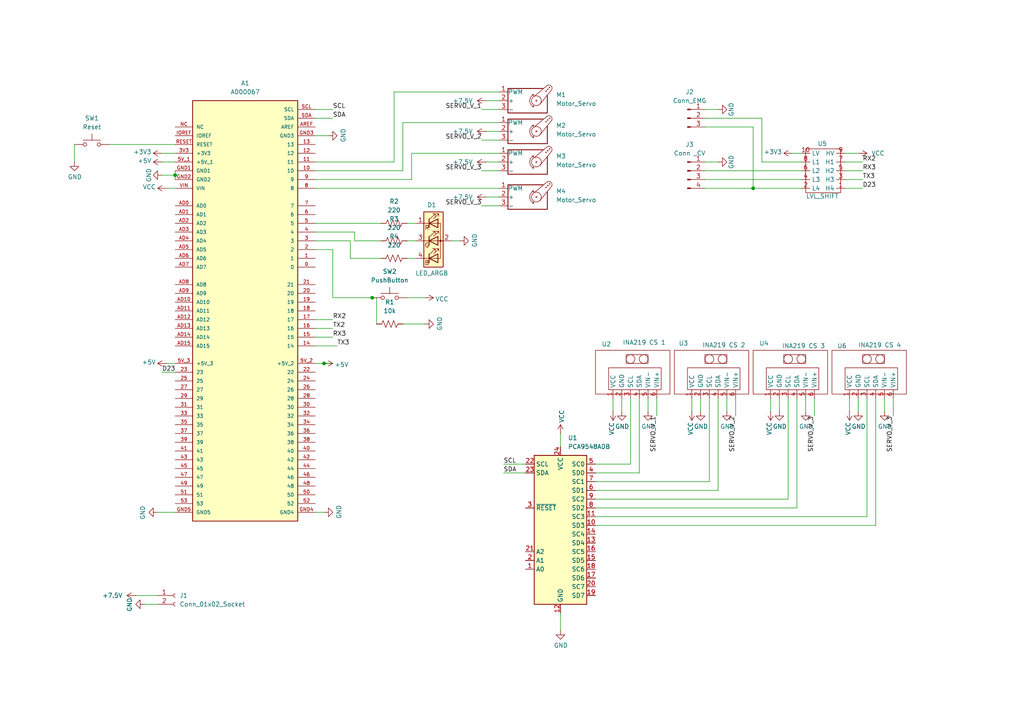
<source format=kicad_sch>
(kicad_sch (version 20250114) (generator "eeschema") (generator_version "9.0")
  (paper "A4")
  (title_block (date "mar. 31 mars 2015"))
  (lib_symbols
    (symbol "A000067:A000067" (pin_names (offset 1.016))
      (property "Reference" "A" (at -15.24 61.595 0))
      (property "Value" "A000067" (at -15.24 -63.5 0))
      (symbol "A000067_0_0"
        (rectangle (start -15.24 -60.96) (end 15.24 60.96) (stroke (width 0.254)) (fill (type background)))
        (pin passive line (at -20.32 53.34 0) (length 5.08) (name "NC") (number "NC"))
        (pin passive line (at -20.32 50.8 0) (length 5.08) (name "IOREF") (number "IOREF"))
        (pin passive line (at -20.32 48.26 0) (length 5.08) (name "RESET") (number "RESET"))
        (pin passive line (at -20.32 45.72 0) (length 5.08) (name "+3V3") (number "3V3"))
        (pin passive line (at -20.32 43.18 0) (length 5.08) (name "+5V_1") (number "5V_1"))
        (pin passive line (at -20.32 40.64 0) (length 5.08) (name "GND1") (number "GND1"))
        (pin passive line (at -20.32 38.1 0) (length 5.08) (name "GND2") (number "GND2"))
        (pin passive line (at -20.32 35.56 0) (length 5.08) (name "VIN") (number "VIN"))
        (pin passive line (at -20.32 30.48 0) (length 5.08) (name "AD0") (number "AD0"))
        (pin passive line (at -20.32 27.94 0) (length 5.08) (name "AD1") (number "AD1"))
        (pin passive line (at -20.32 25.4 0) (length 5.08) (name "AD2") (number "AD2"))
        (pin passive line (at -20.32 22.86 0) (length 5.08) (name "AD3") (number "AD3"))
        (pin passive line (at -20.32 20.32 0) (length 5.08) (name "AD4") (number "AD4"))
        (pin passive line (at -20.32 17.78 0) (length 5.08) (name "AD5") (number "AD5"))
        (pin passive line (at -20.32 15.24 0) (length 5.08) (name "AD6") (number "AD6"))
        (pin passive line (at -20.32 12.7 0) (length 5.08) (name "AD7") (number "AD7"))
        (pin passive line (at -20.32 7.62 0) (length 5.08) (name "AD8") (number "AD8"))
        (pin passive line (at -20.32 5.08 0) (length 5.08) (name "AD9") (number "AD9"))
        (pin passive line (at -20.32 2.54 0) (length 5.08) (name "AD10") (number "AD10"))
        (pin passive line (at -20.32 0 0) (length 5.08) (name "AD11") (number "AD11"))
        (pin passive line (at -20.32 -2.54 0) (length 5.08) (name "AD12") (number "AD12"))
        (pin passive line (at -20.32 -5.08 0) (length 5.08) (name "AD13") (number "AD13"))
        (pin passive line (at -20.32 -7.62 0) (length 5.08) (name "AD14") (number "AD14"))
        (pin passive line (at -20.32 -10.16 0) (length 5.08) (name "AD15") (number "AD15"))
        (pin passive line (at -20.32 -15.24 0) (length 5.08) (name "+5V_3") (number "5V_3"))
        (pin passive line (at -20.32 -17.78 0) (length 5.08) (name "23") (number "23"))
        (pin passive line (at -20.32 -20.32 0) (length 5.08) (name "25") (number "25"))
        (pin passive line (at -20.32 -22.86 0) (length 5.08) (name "27") (number "27"))
        (pin passive line (at -20.32 -25.4 0) (length 5.08) (name "29") (number "29"))
        (pin passive line (at -20.32 -27.94 0) (length 5.08) (name "31") (number "31"))
        (pin passive line (at -20.32 -30.48 0) (length 5.08) (name "33") (number "33"))
        (pin passive line (at -20.32 -33.02 0) (length 5.08) (name "35") (number "35"))
        (pin passive line (at -20.32 -35.56 0) (length 5.08) (name "37") (number "37"))
        (pin passive line (at -20.32 -38.1 0) (length 5.08) (name "39") (number "39"))
        (pin passive line (at -20.32 -40.64 0) (length 5.08) (name "41") (number "41"))
        (pin passive line (at -20.32 -43.18 0) (length 5.08) (name "43") (number "43"))
        (pin passive line (at -20.32 -45.72 0) (length 5.08) (name "45") (number "45"))
        (pin passive line (at -20.32 -48.26 0) (length 5.08) (name "47") (number "47"))
        (pin passive line (at -20.32 -50.8 0) (length 5.08) (name "49") (number "49"))
        (pin passive line (at -20.32 -53.34 0) (length 5.08) (name "51") (number "51"))
        (pin passive line (at -20.32 -55.88 0) (length 5.08) (name "53") (number "53"))
        (pin passive line (at -20.32 -58.42 0) (length 5.08) (name "GND5") (number "GND5"))
        (pin passive line (at 20.32 58.42 180) (length 5.08) (name "SCL") (number "SCL"))
        (pin passive line (at 20.32 55.88 180) (length 5.08) (name "SDA") (number "SDA"))
        (pin passive line (at 20.32 53.34 180) (length 5.08) (name "AREF") (number "AREF"))
        (pin passive line (at 20.32 50.8 180) (length 5.08) (name "GND3") (number "GND3"))
        (pin passive line (at 20.32 48.26 180) (length 5.08) (name "13") (number "13"))
        (pin passive line (at 20.32 45.72 180) (length 5.08) (name "12") (number "12"))
        (pin passive line (at 20.32 43.18 180) (length 5.08) (name "11") (number "11"))
        (pin passive line (at 20.32 40.64 180) (length 5.08) (name "10") (number "10"))
        (pin passive line (at 20.32 38.1 180) (length 5.08) (name "9") (number "9"))
        (pin passive line (at 20.32 35.56 180) (length 5.08) (name "8") (number "8"))
        (pin passive line (at 20.32 30.48 180) (length 5.08) (name "7") (number "7"))
        (pin passive line (at 20.32 27.94 180) (length 5.08) (name "6") (number "6"))
        (pin passive line (at 20.32 25.4 180) (length 5.08) (name "5") (number "5"))
        (pin passive line (at 20.32 22.86 180) (length 5.08) (name "4") (number "4"))
        (pin passive line (at 20.32 20.32 180) (length 5.08) (name "3") (number "3"))
        (pin passive line (at 20.32 17.78 180) (length 5.08) (name "2") (number "2"))
        (pin passive line (at 20.32 15.24 180) (length 5.08) (name "1") (number "1"))
        (pin passive line (at 20.32 12.7 180) (length 5.08) (name "0") (number "0"))
        (pin passive line (at 20.32 7.62 180) (length 5.08) (name "21") (number "21"))
        (pin passive line (at 20.32 5.08 180) (length 5.08) (name "20") (number "20"))
        (pin passive line (at 20.32 2.54 180) (length 5.08) (name "19") (number "19"))
        (pin passive line (at 20.32 0 180) (length 5.08) (name "18") (number "18"))
        (pin passive line (at 20.32 -2.54 180) (length 5.08) (name "17") (number "17"))
        (pin passive line (at 20.32 -5.08 180) (length 5.08) (name "16") (number "16"))
        (pin passive line (at 20.32 -7.62 180) (length 5.08) (name "15") (number "15"))
        (pin passive line (at 20.32 -10.16 180) (length 5.08) (name "14") (number "14"))
        (pin passive line (at 20.32 -15.24 180) (length 5.08) (name "+5V_2") (number "5V_2"))
        (pin passive line (at 20.32 -17.78 180) (length 5.08) (name "22") (number "22"))
        (pin passive line (at 20.32 -20.32 180) (length 5.08) (name "24") (number "24"))
        (pin passive line (at 20.32 -22.86 180) (length 5.08) (name "26") (number "26"))
        (pin passive line (at 20.32 -25.4 180) (length 5.08) (name "28") (number "28"))
        (pin passive line (at 20.32 -27.94 180) (length 5.08) (name "30") (number "30"))
        (pin passive line (at 20.32 -30.48 180) (length 5.08) (name "32") (number "32"))
        (pin passive line (at 20.32 -33.02 180) (length 5.08) (name "34") (number "34"))
        (pin passive line (at 20.32 -35.56 180) (length 5.08) (name "36") (number "36"))
        (pin passive line (at 20.32 -38.1 180) (length 5.08) (name "38") (number "38"))
        (pin passive line (at 20.32 -40.64 180) (length 5.08) (name "40") (number "40"))
        (pin passive line (at 20.32 -43.18 180) (length 5.08) (name "42") (number "42"))
        (pin passive line (at 20.32 -45.72 180) (length 5.08) (name "44") (number "44"))
        (pin passive line (at 20.32 -48.26 180) (length 5.08) (name "46") (number "46"))
        (pin passive line (at 20.32 -50.8 180) (length 5.08) (name "48") (number "48"))
        (pin passive line (at 20.32 -53.34 180) (length 5.08) (name "50") (number "50"))
        (pin passive line (at 20.32 -55.88 180) (length 5.08) (name "52") (number "52"))
        (pin passive line (at 20.32 -58.42 180) (length 5.08) (name "GND4") (number "GND4"))
      )
    )
    (symbol "Connector:Conn_01x02_Socket" (pin_names (offset 1.016) (hide yes))
      (property "Reference" "J" (at 0 2.54 0))
      (property "Value" "Conn_01x02_Socket" (at 0 -5.08 0))
      (symbol "Conn_01x02_Socket_1_1"
        (polyline (pts (xy -1.27 0) (xy -0.508 0)) (stroke (width 0.1524)))
        (polyline (pts (xy -1.27 -2.54) (xy -0.508 -2.54)) (stroke (width 0.1524)))
        (arc (start 0 -0.508) (mid -0.5058 0) (end 0 0.508) (stroke (width 0.1524)))
        (arc (start 0 -3.048) (mid -0.5058 -2.54) (end 0 -2.032) (stroke (width 0.1524)))
        (pin passive line (at -5.08 0 0) (length 3.81) (name "Pin_1") (number "1"))
        (pin passive line (at -5.08 -2.54 0) (length 3.81) (name "Pin_2") (number "2"))
      )
    )
    (symbol "Connector:Conn_01x03_Pin" (pin_names (offset 1.016) (hide yes))
      (property "Reference" "J" (at 0 5.08 0))
      (property "Value" "Conn_01x03_Pin" (at 0 -5.08 0))
      (symbol "Conn_01x03_Pin_1_1"
        (rectangle (start 0.8636 2.667) (end 0 2.413) (stroke (width 0.1524)) (fill (type outline)))
        (rectangle (start 0.8636 0.127) (end 0 -0.127) (stroke (width 0.1524)) (fill (type outline)))
        (rectangle (start 0.8636 -2.413) (end 0 -2.667) (stroke (width 0.1524)) (fill (type outline)))
        (polyline (pts (xy 1.27 2.54) (xy 0.8636 2.54)) (stroke (width 0.1524)))
        (polyline (pts (xy 1.27 0) (xy 0.8636 0)) (stroke (width 0.1524)))
        (polyline (pts (xy 1.27 -2.54) (xy 0.8636 -2.54)) (stroke (width 0.1524)))
        (pin passive line (at 5.08 2.54 180) (length 3.81) (name "Pin_1") (number "1"))
        (pin passive line (at 5.08 0 180) (length 3.81) (name "Pin_2") (number "2"))
        (pin passive line (at 5.08 -2.54 180) (length 3.81) (name "Pin_3") (number "3"))
      )
    )
    (symbol "Connector:Conn_01x04_Pin" (pin_names (offset 1.016) (hide yes))
      (property "Reference" "J" (at 0 5.08 0))
      (property "Value" "Conn_01x04_Pin" (at 0 -7.62 0))
      (symbol "Conn_01x04_Pin_1_1"
        (rectangle (start 0.8636 2.667) (end 0 2.413) (stroke (width 0.1524)) (fill (type outline)))
        (rectangle (start 0.8636 0.127) (end 0 -0.127) (stroke (width 0.1524)) (fill (type outline)))
        (rectangle (start 0.8636 -2.413) (end 0 -2.667) (stroke (width 0.1524)) (fill (type outline)))
        (rectangle (start 0.8636 -4.953) (end 0 -5.207) (stroke (width 0.1524)) (fill (type outline)))
        (polyline (pts (xy 1.27 2.54) (xy 0.8636 2.54)) (stroke (width 0.1524)))
        (polyline (pts (xy 1.27 0) (xy 0.8636 0)) (stroke (width 0.1524)))
        (polyline (pts (xy 1.27 -2.54) (xy 0.8636 -2.54)) (stroke (width 0.1524)))
        (polyline (pts (xy 1.27 -5.08) (xy 0.8636 -5.08)) (stroke (width 0.1524)))
        (pin passive line (at 5.08 2.54 180) (length 3.81) (name "Pin_1") (number "1"))
        (pin passive line (at 5.08 0 180) (length 3.81) (name "Pin_2") (number "2"))
        (pin passive line (at 5.08 -2.54 180) (length 3.81) (name "Pin_3") (number "3"))
        (pin passive line (at 5.08 -5.08 180) (length 3.81) (name "Pin_4") (number "4"))
      )
    )
    (symbol "Device:LED_RAGB" (pin_names (offset 0) (hide yes))
      (property "Reference" "D" (at 0 9.398 0))
      (property "Value" "LED_RAGB" (at 0 -8.89 0))
      (symbol "LED_RAGB_0_0"
        (text "R" (at -1.905 3.81 0) (effects (font (size 1.27 1.27))))
        (text "G" (at -1.905 -1.27 0) (effects (font (size 1.27 1.27))))
        (text "B" (at -1.905 -6.35 0) (effects (font (size 1.27 1.27))))
      )
      (symbol "LED_RAGB_0_1"
        (polyline (pts (xy -1.27 6.35) (xy -1.27 3.81)) (stroke (width 0.254)))
        (polyline (pts (xy -1.27 6.35) (xy -1.27 3.81) (xy -1.27 3.81)))
        (polyline (pts (xy -1.27 5.08) (xy -2.54 5.08)))
        (polyline (pts (xy -1.27 5.08) (xy 1.27 5.08)))
        (polyline (pts (xy -1.27 1.27) (xy -1.27 -1.27)) (stroke (width 0.254)))
        (polyline (pts (xy -1.27 1.27) (xy -1.27 -1.27) (xy -1.27 -1.27)))
        (polyline (pts (xy -1.27 0) (xy -2.54 0)))
        (polyline (pts (xy -1.27 -3.81) (xy -1.27 -6.35)) (stroke (width 0.254)))
        (polyline (pts (xy -1.27 -5.08) (xy -2.54 -5.08)))
        (polyline (pts (xy -1.27 -5.08) (xy 1.27 -5.08)))
        (polyline (pts (xy -1.016 6.35) (xy 0.508 7.874) (xy -0.254 7.874) (xy 0.508 7.874) (xy 0.508 7.112)))
        (polyline (pts (xy -1.016 1.27) (xy 0.508 2.794) (xy -0.254 2.794) (xy 0.508 2.794) (xy 0.508 2.032)))
        (polyline (pts (xy -1.016 -3.81) (xy 0.508 -2.286) (xy -0.254 -2.286) (xy 0.508 -2.286) (xy 0.508 -3.048)))
        (polyline (pts (xy 0 6.35) (xy 1.524 7.874) (xy 0.762 7.874) (xy 1.524 7.874) (xy 1.524 7.112)))
        (polyline (pts (xy 0 1.27) (xy 1.524 2.794) (xy 0.762 2.794) (xy 1.524 2.794) (xy 1.524 2.032)))
        (polyline (pts (xy 0 -3.81) (xy 1.524 -2.286) (xy 0.762 -2.286) (xy 1.524 -2.286) (xy 1.524 -3.048)))
        (polyline (pts (xy 1.27 6.35) (xy 1.27 3.81) (xy -1.27 5.08) (xy 1.27 6.35)) (stroke (width 0.254)))
        (rectangle (start 1.27 6.35) (end 1.27 6.35))
        (rectangle (start 1.27 3.81) (end 1.27 6.35))
        (polyline (pts (xy 1.27 1.27) (xy 1.27 -1.27) (xy -1.27 0) (xy 1.27 1.27)) (stroke (width 0.254)))
        (rectangle (start 1.27 1.27) (end 1.27 1.27))
        (polyline (pts (xy 1.27 0) (xy -1.27 0)))
        (polyline (pts (xy 1.27 0) (xy 2.54 0)))
        (rectangle (start 1.27 -1.27) (end 1.27 1.27))
        (polyline (pts (xy 1.27 -3.81) (xy 1.27 -6.35) (xy -1.27 -5.08) (xy 1.27 -3.81)) (stroke (width 0.254)))
        (polyline (pts (xy 1.27 -5.08) (xy 2.032 -5.08) (xy 2.032 5.08) (xy 1.27 5.08)))
        (circle (center 2.032 0) (radius 0.254) (fill (type outline)))
        (rectangle (start 2.794 8.382) (end -2.794 -7.62) (stroke (width 0.254)) (fill (type background)))
      )
      (symbol "LED_RAGB_1_1"
        (pin passive line (at -5.08 5.08 0) (length 2.54) (name "RK") (number "1"))
        (pin passive line (at -5.08 0 0) (length 2.54) (name "GK") (number "3"))
        (pin passive line (at -5.08 -5.08 0) (length 2.54) (name "BK") (number "4"))
        (pin passive line (at 5.08 0 180) (length 2.54) (name "A") (number "2"))
      )
    )
    (symbol "Device:R_US" (pin_numbers (hide yes)) (pin_names (offset 0))
      (property "Reference" "R" (at 2.54 0 90))
      (property "Value" "R_US" (at -2.54 0 90))
      (symbol "R_US_0_1"
        (polyline (pts (xy 0 2.286) (xy 0 2.54)))
        (polyline (pts (xy 0 2.286) (xy 1.016 1.905) (xy 0 1.524) (xy -1.016 1.143) (xy 0 0.762)))
        (polyline (pts (xy 0 0.762) (xy 1.016 0.381) (xy 0 0) (xy -1.016 -0.381) (xy 0 -0.762)))
        (polyline (pts (xy 0 -0.762) (xy 1.016 -1.143) (xy 0 -1.524) (xy -1.016 -1.905) (xy 0 -2.286)))
        (polyline (pts (xy 0 -2.286) (xy 0 -2.54)))
      )
      (symbol "R_US_1_1"
        (pin passive line (at 0 3.81 270) (length 1.27) (name "~") (number "1"))
        (pin passive line (at 0 -3.81 90) (length 1.27) (name "~") (number "2"))
      )
    )
    (symbol "Interface_Expansion:PCA9548ADB"
      (property "Reference" "U" (at -7.62 21.59 0))
      (property "Value" "PCA9548ADB" (at 1.016 21.59 0))
      (symbol "PCA9548ADB_0_1"
        (rectangle (start -7.62 20.32) (end 7.62 -22.86) (stroke (width 0.254)) (fill (type background)))
      )
      (symbol "PCA9548ADB_1_1"
        (pin input line (at -10.16 17.78 0) (length 2.54) (name "SCL") (number "22"))
        (pin bidirectional line (at -10.16 15.24 0) (length 2.54) (name "SDA") (number "23"))
        (pin input line (at -10.16 5.08 0) (length 2.54) (name "~{RESET}") (number "3"))
        (pin input line (at -10.16 -7.62 0) (length 2.54) (name "A2") (number "21"))
        (pin input line (at -10.16 -10.16 0) (length 2.54) (name "A1") (number "2"))
        (pin input line (at -10.16 -12.7 0) (length 2.54) (name "A0") (number "1"))
        (pin power_in line (at 0 22.86 270) (length 2.54) (name "VCC") (number "24"))
        (pin power_in line (at 0 -25.4 90) (length 2.54) (name "GND") (number "12"))
        (pin output line (at 10.16 17.78 180) (length 2.54) (name "SC0") (number "5"))
        (pin bidirectional line (at 10.16 15.24 180) (length 2.54) (name "SD0") (number "4"))
        (pin output line (at 10.16 12.7 180) (length 2.54) (name "SC1") (number "7"))
        (pin bidirectional line (at 10.16 10.16 180) (length 2.54) (name "SD1") (number "6"))
        (pin output line (at 10.16 7.62 180) (length 2.54) (name "SC2") (number "9"))
        (pin bidirectional line (at 10.16 5.08 180) (length 2.54) (name "SD2") (number "8"))
        (pin output line (at 10.16 2.54 180) (length 2.54) (name "SC3") (number "11"))
        (pin bidirectional line (at 10.16 0 180) (length 2.54) (name "SD3") (number "10"))
        (pin output line (at 10.16 -2.54 180) (length 2.54) (name "SC4") (number "14"))
        (pin bidirectional line (at 10.16 -5.08 180) (length 2.54) (name "SD4") (number "13"))
        (pin output line (at 10.16 -7.62 180) (length 2.54) (name "SC5") (number "16"))
        (pin bidirectional line (at 10.16 -10.16 180) (length 2.54) (name "SD5") (number "15"))
        (pin output line (at 10.16 -12.7 180) (length 2.54) (name "SC6") (number "18"))
        (pin bidirectional line (at 10.16 -15.24 180) (length 2.54) (name "SD6") (number "17"))
        (pin output line (at 10.16 -17.78 180) (length 2.54) (name "SC7") (number "20"))
        (pin bidirectional line (at 10.16 -20.32 180) (length 2.54) (name "SD7") (number "19"))
      )
    )
    (symbol "Motor:Motor_Servo" (pin_names (offset 0.0254))
      (property "Reference" "M" (at -5.08 4.445 0))
      (property "Value" "Motor_Servo" (at -5.08 -4.064 0))
      (symbol "Motor_Servo_0_1"
        (polyline (pts (xy 2.413 1.778) (xy 1.905 1.778)))
        (polyline (pts (xy 2.413 1.778) (xy 2.286 1.397)))
        (polyline (pts (xy 2.413 -1.778) (xy 2.032 -1.778)))
        (polyline (pts (xy 2.413 -1.778) (xy 2.286 -1.397)))
        (arc (start 2.413 -1.778) (mid 1.2406 0) (end 2.413 1.778))
        (circle (center 3.175 0) (radius 0.1778))
        (circle (center 3.175 0) (radius 1.4224))
        (polyline (pts (xy 5.08 3.556) (xy -5.08 3.556) (xy -5.08 -3.556) (xy 6.35 -3.556) (xy 6.35 1.524)) (stroke (width 0.254)))
        (circle (center 5.969 2.794) (radius 0.127))
        (polyline (pts (xy 6.35 4.445) (xy 2.54 1.27)))
        (circle (center 6.477 3.302) (radius 0.127))
        (arc (start 6.35 4.445) (mid 7.4487 4.2737) (end 7.62 3.175))
        (circle (center 6.985 3.81) (radius 0.127))
        (polyline (pts (xy 7.62 3.175) (xy 4.191 -1.016)))
      )
      (symbol "Motor_Servo_1_1"
        (pin passive line (at -7.62 2.54 0) (length 2.54) (name "PWM") (number "1"))
        (pin passive line (at -7.62 0 0) (length 2.54) (name "+") (number "2"))
        (pin passive line (at -7.62 -2.54 0) (length 2.54) (name "-") (number "3"))
      )
    )
    (symbol "Switch:SW_Push" (pin_numbers (hide yes)) (pin_names (offset 1.016) (hide yes))
      (property "Reference" "SW" (at 1.27 2.54 0))
      (property "Value" "SW_Push" (at 0 -1.524 0))
      (symbol "SW_Push_0_1"
        (circle (center -2.032 0) (radius 0.508))
        (polyline (pts (xy 0 1.27) (xy 0 3.048)))
        (circle (center 2.032 0) (radius 0.508))
        (polyline (pts (xy 2.54 1.27) (xy -2.54 1.27)))
        (pin passive line (at -5.08 0 0) (length 2.54) (name "1") (number "1"))
        (pin passive line (at 5.08 0 180) (length 2.54) (name "2") (number "2"))
      )
    )
    (symbol "adaFruit:INA219_DC_CurrentSensor"
      (property "Reference" "U" (at -1.778 9.652 0))
      (symbol "INA219_DC_CurrentSensor_0_1"
        (rectangle (start -6.35 11.43) (end 6.35 -10.16))
        (rectangle (start -5.08 7.62) (end 1.27 -7.62))
        (rectangle (start 2.54 2.54) (end 5.08 -3.81))
        (circle (center 3.81 1.27) (radius 1.27))
        (circle (center 3.81 -2.54) (radius 1.27))
      )
      (symbol "INA219_DC_CurrentSensor_1_1"
        (pin power_in line (at -7.62 6.35 0) (length 2.54) (name "VCC") (number "1"))
        (pin power_in line (at -7.62 3.81 0) (length 2.54) (name "GND") (number "2"))
        (pin output line (at -7.62 1.27 0) (length 2.54) (name "SCL") (number "3"))
        (pin output line (at -7.62 -1.27 0) (length 2.54) (name "SDA") (number "4"))
        (pin input line (at -7.62 -3.81 0) (length 2.54) (name "VIN-") (number "5"))
        (pin input line (at -7.62 -6.35 0) (length 2.54) (name "VIN+") (number "6"))
      )
    )
    (symbol "eelLib:pololu_levelShifter_2595"
      (property "Reference" "LVL_SHIFT1" (at 5.08 3.81 0))
      (property "Value" "~" (at 5.08 1.27 0))
      (symbol "pololu_levelShifter_2595_0_1"
        (rectangle (start 0 0) (end 10.16 -12.7))
      )
      (symbol "pololu_levelShifter_2595_1_1"
        (pin input line (at -1.27 -1.27 0) (length 2.54) (name "LV") (number "10"))
        (pin bidirectional line (at -1.27 -3.81 0) (length 2.54) (name "L1") (number "8"))
        (pin bidirectional line (at -1.27 -6.35 0) (length 2.54) (name "L2") (number "6"))
        (pin bidirectional line (at -1.27 -8.89 0) (length 2.54) (name "L3") (number "4"))
        (pin bidirectional line (at -1.27 -11.43 0) (length 2.54) (name "L4") (number "2"))
        (pin input line (at 11.43 -1.27 180) (length 2.54) (name "HV") (number "9"))
        (pin bidirectional line (at 11.43 -3.81 180) (length 2.54) (name "H1") (number "7"))
        (pin bidirectional line (at 11.43 -6.35 180) (length 2.54) (name "H2") (number "5"))
        (pin bidirectional line (at 11.43 -8.89 180) (length 2.54) (name "H3") (number "3"))
        (pin bidirectional line (at 11.43 -11.43 180) (length 2.54) (name "H4") (number "1"))
      )
    )
    (symbol "power:+3V3" (power) (pin_numbers (hide yes)) (pin_names (offset 0) (hide yes))
      (property "Value" "+3V3" (at 0 3.556 0))
      (symbol "+3V3_0_1"
        (polyline (pts (xy -0.762 1.27) (xy 0 2.54)))
        (polyline (pts (xy 0 2.54) (xy 0.762 1.27)))
        (polyline (pts (xy 0 0) (xy 0 2.54)))
      )
      (symbol "+3V3_1_1"
        (pin power_in line (at 0 0 90) (length 0) (name "~") (number "1"))
      )
    )
    (symbol "power:+5V" (power) (pin_numbers (hide yes)) (pin_names (offset 0) (hide yes))
      (property "Value" "+5V" (at 0 3.556 0))
      (symbol "+5V_0_1"
        (polyline (pts (xy -0.762 1.27) (xy 0 2.54)))
        (polyline (pts (xy 0 2.54) (xy 0.762 1.27)))
        (polyline (pts (xy 0 0) (xy 0 2.54)))
      )
      (symbol "+5V_1_1"
        (pin power_in line (at 0 0 90) (length 0) (name "~") (number "1"))
      )
    )
    (symbol "power:+7.5V" (power) (pin_numbers (hide yes)) (pin_names (offset 0) (hide yes))
      (property "Value" "+7.5V" (at 0 3.556 0))
      (symbol "+7.5V_0_1"
        (polyline (pts (xy -0.762 1.27) (xy 0 2.54)))
        (polyline (pts (xy 0 2.54) (xy 0.762 1.27)))
        (polyline (pts (xy 0 0) (xy 0 2.54)))
      )
      (symbol "+7.5V_1_1"
        (pin power_in line (at 0 0 90) (length 0) (name "~") (number "1"))
      )
    )
    (symbol "power:GND" (power) (pin_numbers (hide yes)) (pin_names (offset 0) (hide yes))
      (property "Value" "GND" (at 0 -3.81 0))
      (symbol "GND_0_1"
        (polyline (pts (xy 0 0) (xy 0 -1.27) (xy 1.27 -1.27) (xy 0 -2.54) (xy -1.27 -1.27) (xy 0 -1.27)))
      )
      (symbol "GND_1_1"
        (pin power_in line (at 0 0 270) (length 0) (name "~") (number "1"))
      )
    )
    (symbol "power:VCC" (power) (pin_numbers (hide yes)) (pin_names (offset 0) (hide yes))
      (property "Value" "VCC" (at 0 3.556 0))
      (symbol "VCC_0_1"
        (polyline (pts (xy -0.762 1.27) (xy 0 2.54)))
        (polyline (pts (xy 0 2.54) (xy 0.762 1.27)))
        (polyline (pts (xy 0 0) (xy 0 2.54)))
      )
      (symbol "VCC_1_1"
        (pin power_in line (at 0 0 90) (length 0) (name "~") (number "1"))
      )
    )
  )
  (junction (at 93.98 105.41))
  (junction (at 107.95 86.36))
  (junction (at 50.8 50.8))
  (junction (at 218.44 54.61))
  (wire (pts (xy 130.81 69.85) (xy 133.35 69.85)))
  (wire (pts (xy 50.8 49.53) (xy 50.8 50.8)))
  (wire (pts (xy 91.44 69.85) (xy 101.6 69.85)))
  (wire (pts (xy 109.22 93.98) (xy 109.22 86.36)))
  (wire (pts (xy 259.08 115.57) (xy 259.08 120.65)))
  (wire (pts (xy 245.11 54.61) (xy 250.19 54.61)))
  (wire (pts (xy 205.74 139.7) (xy 205.74 115.57)))
  (wire (pts (xy 204.47 54.61) (xy 218.44 54.61)))
  (wire (pts (xy 118.11 86.36) (xy 123.19 86.36)))
  (wire (pts (xy 118.11 74.93) (xy 120.65 74.93)))
  (wire (pts (xy 172.72 149.86) (xy 251.46 149.86)))
  (wire (pts (xy 91.44 95.25) (xy 96.52 95.25)))
  (wire (pts (xy 91.44 97.79) (xy 96.52 97.79)))
  (wire (pts (xy 91.44 105.41) (xy 93.98 105.41)))
  (wire (pts (xy 46.99 44.45) (xy 50.8 44.45)))
  (wire (pts (xy 213.36 115.57) (xy 213.36 120.65)))
  (wire (pts (xy 110.49 74.93) (xy 101.6 74.93)))
  (wire (pts (xy 91.44 64.77) (xy 110.49 64.77)))
  (wire (pts (xy 172.72 152.4) (xy 254 152.4)))
  (wire (pts (xy 220.98 46.99) (xy 232.41 46.99)))
  (wire (pts (xy 91.44 72.39) (xy 96.52 72.39)))
  (wire (pts (xy 119.38 44.45) (xy 119.38 52.07)))
  (wire (pts (xy 91.44 67.31) (xy 102.87 67.31)))
  (wire (pts (xy 204.47 36.83) (xy 218.44 36.83)))
  (wire (pts (xy 91.44 100.33) (xy 97.79 100.33)))
  (wire (pts (xy 200.66 115.57) (xy 200.66 119.38)))
  (wire (pts (xy 139.7 49.53) (xy 144.78 49.53)))
  (wire (pts (xy 46.99 107.95) (xy 50.8 107.95)))
  (wire (pts (xy 172.72 134.62) (xy 182.88 134.62)))
  (wire (pts (xy 118.11 64.77) (xy 120.65 64.77)))
  (wire (pts (xy 140.97 46.99) (xy 144.78 46.99)))
  (wire (pts (xy 204.47 46.99) (xy 208.28 46.99)))
  (wire (pts (xy 236.22 115.57) (xy 236.22 120.65)))
  (wire (pts (xy 248.92 115.57) (xy 248.92 119.38)))
  (wire (pts (xy 187.96 115.57) (xy 187.96 119.38)))
  (wire (pts (xy 223.52 115.57) (xy 223.52 119.38)))
  (wire (pts (xy 180.34 115.57) (xy 180.34 119.38)))
  (wire (pts (xy 48.26 105.41) (xy 50.8 105.41)))
  (wire (pts (xy 118.11 69.85) (xy 120.65 69.85)))
  (wire (pts (xy 218.44 54.61) (xy 232.41 54.61)))
  (wire (pts (xy 96.52 86.36) (xy 96.52 72.39)))
  (wire (pts (xy 245.11 52.07) (xy 250.19 52.07)))
  (wire (pts (xy 246.38 115.57) (xy 246.38 119.38)))
  (wire (pts (xy 204.47 31.75) (xy 208.28 31.75)))
  (wire (pts (xy 177.8 115.57) (xy 177.8 119.38)))
  (wire (pts (xy 228.6 115.57) (xy 228.6 144.78)))
  (wire (pts (xy 50.8 50.8) (xy 50.8 52.07)))
  (wire (pts (xy 119.38 44.45) (xy 144.78 44.45)))
  (wire (pts (xy 204.47 34.29) (xy 220.98 34.29)))
  (wire (pts (xy 41.91 175.26) (xy 45.72 175.26)))
  (wire (pts (xy 91.44 31.75) (xy 96.52 31.75)))
  (wire (pts (xy 139.7 31.75) (xy 144.78 31.75)))
  (wire (pts (xy 140.97 29.21) (xy 144.78 29.21)))
  (wire (pts (xy 46.99 46.99) (xy 50.8 46.99)))
  (wire (pts (xy 185.42 137.16) (xy 185.42 115.57)))
  (wire (pts (xy 91.44 39.37) (xy 95.25 39.37)))
  (wire (pts (xy 144.78 26.67) (xy 114.3 26.67)))
  (wire (pts (xy 96.52 105.41) (xy 93.98 105.41)))
  (wire (pts (xy 229.87 44.45) (xy 232.41 44.45)))
  (wire (pts (xy 162.56 177.8) (xy 162.56 182.88)))
  (wire (pts (xy 203.2 115.57) (xy 203.2 119.38)))
  (wire (pts (xy 172.72 142.24) (xy 208.28 142.24)))
  (wire (pts (xy 39.37 172.72) (xy 45.72 172.72)))
  (wire (pts (xy 91.44 54.61) (xy 144.78 54.61)))
  (wire (pts (xy 116.84 49.53) (xy 91.44 49.53)))
  (wire (pts (xy 116.84 35.56) (xy 116.84 49.53)))
  (wire (pts (xy 210.82 115.57) (xy 210.82 119.38)))
  (wire (pts (xy 162.56 125.73) (xy 162.56 129.54)))
  (wire (pts (xy 91.44 148.59) (xy 93.98 148.59)))
  (wire (pts (xy 114.3 26.67) (xy 114.3 46.99)))
  (wire (pts (xy 48.26 54.61) (xy 50.8 54.61)))
  (wire (pts (xy 204.47 49.53) (xy 232.41 49.53)))
  (wire (pts (xy 102.87 69.85) (xy 110.49 69.85)))
  (wire (pts (xy 218.44 36.83) (xy 218.44 54.61)))
  (wire (pts (xy 114.3 46.99) (xy 91.44 46.99)))
  (wire (pts (xy 226.06 115.57) (xy 226.06 119.38)))
  (wire (pts (xy 233.68 115.57) (xy 233.68 119.38)))
  (wire (pts (xy 116.84 93.98) (xy 123.19 93.98)))
  (wire (pts (xy 190.5 115.57) (xy 190.5 120.65)))
  (wire (pts (xy 146.05 134.62) (xy 152.4 134.62)))
  (wire (pts (xy 109.22 86.36) (xy 107.95 86.36)))
  (wire (pts (xy 254 152.4) (xy 254 115.57)))
  (wire (pts (xy 231.14 147.32) (xy 231.14 115.57)))
  (wire (pts (xy 220.98 34.29) (xy 220.98 46.99)))
  (wire (pts (xy 139.7 59.69) (xy 144.78 59.69)))
  (wire (pts (xy 172.72 137.16) (xy 185.42 137.16)))
  (wire (pts (xy 91.44 92.71) (xy 96.52 92.71)))
  (wire (pts (xy 146.05 137.16) (xy 152.4 137.16)))
  (wire (pts (xy 245.11 44.45) (xy 248.92 44.45)))
  (wire (pts (xy 102.87 67.31) (xy 102.87 69.85)))
  (wire (pts (xy 208.28 142.24) (xy 208.28 115.57)))
  (wire (pts (xy 140.97 38.1) (xy 144.78 38.1)))
  (wire (pts (xy 182.88 134.62) (xy 182.88 115.57)))
  (wire (pts (xy 245.11 49.53) (xy 250.19 49.53)))
  (wire (pts (xy 172.72 139.7) (xy 205.74 139.7)))
  (wire (pts (xy 172.72 147.32) (xy 231.14 147.32)))
  (wire (pts (xy 31.75 41.91) (xy 50.8 41.91)))
  (wire (pts (xy 139.7 40.64) (xy 144.78 40.64)))
  (wire (pts (xy 101.6 74.93) (xy 101.6 69.85)))
  (wire (pts (xy 256.54 115.57) (xy 256.54 119.38)))
  (wire (pts (xy 144.78 35.56) (xy 116.84 35.56)))
  (wire (pts (xy 96.52 86.36) (xy 107.95 86.36)))
  (wire (pts (xy 119.38 52.07) (xy 91.44 52.07)))
  (wire (pts (xy 251.46 149.86) (xy 251.46 115.57)))
  (wire (pts (xy 21.59 41.91) (xy 21.59 46.99)))
  (wire (pts (xy 245.11 46.99) (xy 250.19 46.99)))
  (wire (pts (xy 45.72 148.59) (xy 50.8 148.59)))
  (wire (pts (xy 46.99 50.8) (xy 50.8 50.8)))
  (wire (pts (xy 91.44 34.29) (xy 96.52 34.29)))
  (wire (pts (xy 140.97 57.15) (xy 144.78 57.15)))
  (wire (pts (xy 204.47 52.07) (xy 232.41 52.07)))
  (wire (pts (xy 172.72 144.78) (xy 228.6 144.78)))
  (label "SDA" (at 146.05 137.16 0))
  (label "D23" (at 46.99 107.95 0))
  (label "SERVO_V_1" (at 139.7 31.75 180))
  (label "SERVO_V_3" (at 259.08 120.65 270))
  (label "SERVO_V_2" (at 213.36 120.65 270))
  (label "SDA" (at 96.52 34.29 0))
  (label "RX2" (at 250.19 46.99 0))
  (label "TX2" (at 96.52 95.25 0))
  (label "SCL" (at 96.52 31.75 0))
  (label "SCL" (at 146.05 134.62 0))
  (label "D23" (at 250.19 54.61 0))
  (label "SERVO_V_1" (at 190.5 120.65 270))
  (label "TX3" (at 250.19 52.07 0))
  (label "RX3" (at 250.19 49.53 0))
  (label "SERVO_V_2" (at 139.7 40.64 180))
  (label "SERVO_V_3" (at 139.7 49.53 180))
  (label "RX3" (at 96.52 97.79 0))
  (label "RX2" (at 96.52 92.71 0))
  (label "SERVO_V_3" (at 139.7 59.69 180))
  (label "TX3" (at 97.79 100.33 0))
  (label "SERVO_V_3" (at 236.22 120.65 270))
  (symbol (lib_id "power:+5V") (at 46.99 46.99 90) (unit 1)
    (property "Reference" "#PWR06" (effects (hide yes)))
    (property "Value" "+5V" (at 43.942 46.6344 90) (effects (justify left)))
    (property "Description" "Power symbol creates a global label with name \"+5V\"" (effects (hide yes)))
  )
  (symbol (lib_id "power:GND") (at 46.99 50.8 270) (unit 1)
    (property "Reference" "#PWR07" (effects (hide yes)))
    (property "Value" "GND" (at 43.18 50.8 0))
    (property "Description" "Power symbol creates a global label with name \"GND\" , ground" (effects (hide yes)))
  )
  (symbol (lib_id "power:GND") (at 95.25 39.37 90) (unit 1)
    (property "Reference" "#PWR012" (effects (hide yes)))
    (property "Value" "GND" (at 99.5744 39.2557 0))
    (property "Description" "Power symbol creates a global label with name \"GND\" , ground" (effects (hide yes)))
  )
  (symbol (lib_id "A000067:A000067") (at 71.12 90.17 0) (unit 1)
    (property "Reference" "A1" (at 71.12 24.13 0))
    (property "Value" "A000067" (at 71.12 26.67 0))
    (property "Footprint" "A000067:MODULE_A000067" (effects (hide yes)))
    (property "MF" "Arduino" (effects (hide yes)))
    (property "MAXIMUM_PACKAGE_HEIGHT" "N/A" (effects (hide yes)))
    (property "Package" "Non-Standard Arduino" (effects (hide yes)))
    (property "Price" "None" (effects (hide yes)))
    (property "Check_prices" "https://www.snapeda.com/parts/A000067/Arduino/view-part/?ref=eda" (effects (hide yes)))
    (property "STANDARD" "Manufacturer Recommendations" (effects (hide yes)))
    (property "PARTREV" "3" (effects (hide yes)))
    (property "SnapEDA_Link" "https://www.snapeda.com/parts/A000067/Arduino/view-part/?ref=snap" (effects (hide yes)))
    (property "MP" "A000067" (effects (hide yes)))
    (property "Description_1" "Arduino Mega 2560 Rev3 Microcontroller Board, ATmega2560 | Arduino A000067" (effects (hide yes)))
    (property "Availability" "In Stock" (effects (hide yes)))
    (property "MANUFACTURER" "Arduino" (effects (hide yes)))
  )
  (symbol (lib_id "power:GND") (at 208.28 46.99 90) (unit 1)
    (property "Reference" "#PWR028" (effects (hide yes)))
    (property "Value" "GND" (at 212.09 46.99 0))
    (property "Description" "Power symbol creates a global label with name \"GND\" , ground" (effects (hide yes)))
  )
  (symbol (lib_id "Interface_Expansion:PCA9548ADB") (at 162.56 152.4 0) (unit 1)
    (property "Reference" "U1" (at 164.7033 127 0) (effects (justify left)))
    (property "Value" "PCA9548ADB" (at 164.7033 129.54 0) (effects (justify left)))
    (property "Footprint" "adaFruit:TCA9548A_MultiplexerBreakout" (effects (hide yes)))
    (property "Datasheet" "http://www.ti.com/lit/ds/symlink/pca9548a.pdf" (effects (hide yes)))
    (property "Description" "Low voltage 8-channel I2C switch with reset, SSOP-24" (effects (hide yes)))
  )
  (symbol (lib_id "power:+3V3") (at 46.99 44.45 90) (unit 1)
    (property "Reference" "#PWR05" (effects (hide yes)))
    (property "Value" "+3V3" (at 43.942 44.069 90) (effects (justify left)))
    (property "Description" "Power symbol creates a global label with name \"+3V3\"" (effects (hide yes)))
  )
  (symbol (lib_id "Device:R_US") (at 114.3 69.85 90) (unit 1)
    (property "Reference" "R3" (at 114.3 63.5 90))
    (property "Value" "220" (at 114.3 66.04 90))
    (property "Footprint" "Resistor_THT:R_Axial_DIN0204_L3.6mm_D1.6mm_P2.54mm_Vertical" (effects (hide yes)))
    (property "Description" "Resistor, US symbol" (effects (hide yes)))
  )
  (symbol (lib_id "power:GND") (at 123.19 93.98 90) (unit 1)
    (property "Reference" "#PWR014" (effects (hide yes)))
    (property "Value" "GND" (at 127.5144 93.8657 0))
    (property "Description" "Power symbol creates a global label with name \"GND\" , ground" (effects (hide yes)))
  )
  (symbol (lib_id "power:VCC") (at 248.92 44.45 270) (unit 1)
    (property "Reference" "#PWR035" (effects (hide yes)))
    (property "Value" "VCC" (at 252.73 44.4499 90) (effects (justify left)))
    (property "Description" "Power symbol creates a global label with name \"VCC\"" (effects (hide yes)))
  )
  (symbol (lib_id "power:+3V3") (at 229.87 44.45 90) (unit 1)
    (property "Reference" "#PWR032" (effects (hide yes)))
    (property "Value" "+3V3" (at 226.822 44.069 90) (effects (justify left)))
    (property "Description" "Power symbol creates a global label with name \"+3V3\"" (effects (hide yes)))
  )
  (symbol (lib_id "adaFruit:INA219_DC_CurrentSensor") (at 207.01 107.95 90) (unit 1)
    (property "Reference" "U3" (at 196.85 99.568 90) (effects (justify right)))
    (property "Value" "INA219 CS 2" (at 203.708 100.076 90) (effects (justify right)))
    (property "Footprint" "Connector_PinHeader_2.54mm:PinHeader_1x06_P2.54mm_Vertical" (effects (hide yes)))
  )
  (symbol (lib_id "adaFruit:INA219_DC_CurrentSensor") (at 229.87 107.95 90) (unit 1)
    (property "Reference" "U4" (at 220.218 99.568 90) (effects (justify right)))
    (property "Value" "INA219 CS 3" (at 226.822 100.33 90) (effects (justify right)))
    (property "Footprint" "Connector_PinHeader_2.54mm:PinHeader_1x06_P2.54mm_Vertical" (effects (hide yes)))
  )
  (symbol (lib_id "Connector:Conn_01x04_Pin") (at 199.39 49.53 0) (unit 1)
    (property "Reference" "J3" (at 200.025 41.91 0))
    (property "Value" "Conn _CV" (at 200.025 44.45 0))
    (property "Footprint" "Connector_PinHeader_2.54mm:PinHeader_1x04_P2.54mm_Vertical" (effects (hide yes)))
    (property "Description" "Generic connector, single row, 01x04, script generated" (effects (hide yes)))
  )
  (symbol (lib_id "power:GND") (at 133.35 69.85 90) (unit 1)
    (property "Reference" "#PWR015" (effects (hide yes)))
    (property "Value" "GND" (at 137.6744 69.7357 0))
    (property "Description" "Power symbol creates a global label with name \"GND\" , ground" (effects (hide yes)))
  )
  (symbol (lib_id "power:GND") (at 93.98 148.59 90) (unit 1)
    (property "Reference" "#PWR011" (effects (hide yes)))
    (property "Value" "GND" (at 98.3044 148.4757 0))
    (property "Description" "Power symbol creates a global label with name \"GND\" , ground" (effects (hide yes)))
  )
  (symbol (lib_id "power:GND") (at 203.2 119.38 0) (unit 1)
    (property "Reference" "#PWR026" (effects (hide yes)))
    (property "Value" "GND" (at 203.3143 123.7044 0))
    (property "Description" "Power symbol creates a global label with name \"GND\" , ground" (effects (hide yes)))
  )
  (symbol (lib_id "power:+5V") (at 48.26 105.41 90) (unit 1)
    (property "Reference" "#PWR09" (effects (hide yes)))
    (property "Value" "+5V" (at 45.212 105.0544 90) (effects (justify left)))
    (property "Description" "Power symbol creates a global label with name \"+5V\"" (effects (hide yes)))
  )
  (symbol (lib_id "Motor:Motor_Servo") (at 152.4 46.99 0) (unit 1)
    (property "Reference" "M3" (at 161.29 45.2868 0) (effects (justify left)))
    (property "Value" "Motor_Servo" (at 161.29 47.8268 0) (effects (justify left)))
    (property "Footprint" "Connector_PinHeader_2.54mm:PinHeader_1x03_P2.54mm_Vertical" (effects (hide yes)))
    (property "Datasheet" "http://forums.parallax.com/uploads/attachments/46831/74481.png" (effects (hide yes)))
    (property "Description" "Servo Motor (Futaba, HiTec, JR connector)" (effects (hide yes)))
  )
  (symbol (lib_id "Connector:Conn_01x03_Pin") (at 199.39 34.29 0) (unit 1)
    (property "Reference" "J2" (at 200.025 26.67 0))
    (property "Value" "Conn_EMG" (at 200.025 29.21 0))
    (property "Footprint" "Connector_PinHeader_2.54mm:PinHeader_1x03_P2.54mm_Vertical" (effects (hide yes)))
    (property "Description" "Generic connector, single row, 01x03, script generated" (effects (hide yes)))
  )
  (symbol (lib_id "power:GND") (at 21.59 46.99 0) (unit 1)
    (property "Reference" "#PWR01" (effects (hide yes)))
    (property "Value" "GND" (at 21.7043 51.3144 0))
    (property "Description" "Power symbol creates a global label with name \"GND\" , ground" (effects (hide yes)))
  )
  (symbol (lib_id "Switch:SW_Push") (at 26.67 41.91 0) (unit 1)
    (property "Reference" "SW1" (at 26.67 34.29 0))
    (property "Value" "Reset" (at 26.67 36.83 0))
    (property "Footprint" "Button_Switch_THT:SW_PUSH_6mm" (effects (hide yes)))
    (property "Description" "Push button switch, generic, two pins" (effects (hide yes)))
  )
  (symbol (lib_id "power:GND") (at 41.91 175.26 270) (unit 1)
    (property "Reference" "#PWR03" (effects (hide yes)))
    (property "Value" "GND" (at 37.5856 175.3743 0))
    (property "Description" "Power symbol creates a global label with name \"GND\" , ground" (effects (hide yes)))
  )
  (symbol (lib_id "Device:R_US") (at 113.03 93.98 90) (unit 1)
    (property "Reference" "R1" (at 113.03 87.63 90))
    (property "Value" "10k" (at 113.03 90.17 90))
    (property "Footprint" "Resistor_THT:R_Axial_DIN0204_L3.6mm_D1.6mm_P2.54mm_Vertical" (effects (hide yes)))
    (property "Description" "Resistor, US symbol" (effects (hide yes)))
  )
  (symbol (lib_id "power:VCC") (at 48.26 54.61 90) (unit 1)
    (property "Reference" "#PWR08" (effects (hide yes)))
    (property "Value" "VCC" (at 45.212 54.229 90) (effects (justify left)))
    (property "Description" "Power symbol creates a global label with name \"VCC\"" (effects (hide yes)))
  )
  (symbol (lib_id "adaFruit:INA219_DC_CurrentSensor") (at 184.15 107.95 90) (unit 1)
    (property "Reference" "U2" (at 174.498 99.822 90) (effects (justify right)))
    (property "Value" "INA219 CS 1" (at 180.594 99.314 90) (effects (justify right)))
    (property "Footprint" "Connector_PinHeader_2.54mm:PinHeader_1x06_P2.54mm_Vertical" (effects (hide yes)))
  )
  (symbol (lib_id "power:GND") (at 210.82 119.38 0) (unit 1)
    (property "Reference" "#PWR029" (effects (hide yes)))
    (property "Value" "GND" (at 210.9343 123.7044 0))
    (property "Description" "Power symbol creates a global label with name \"GND\" , ground" (effects (hide yes)))
  )
  (symbol (lib_id "Connector:Conn_01x02_Socket") (at 50.8 172.72 0) (unit 1)
    (property "Reference" "J1" (at 52.07 172.7199 0) (effects (justify left)))
    (property "Value" "Conn_01x02_Socket" (at 52.07 175.2599 0) (effects (justify left)))
    (property "Footprint" "TerminalBlock_Phoenix:TerminalBlock_Phoenix_MKDS-1,5-2_1x02_P5.00mm_Horizontal" (effects (hide yes)))
    (property "Description" "Generic connector, single row, 01x02, script generated" (effects (hide yes)))
  )
  (symbol (lib_id "Motor:Motor_Servo") (at 152.4 38.1 0) (unit 1)
    (property "Reference" "M2" (at 161.29 36.3968 0) (effects (justify left)))
    (property "Value" "Motor_Servo" (at 161.29 38.9368 0) (effects (justify left)))
    (property "Footprint" "Connector_PinHeader_2.54mm:PinHeader_1x03_P2.54mm_Vertical" (effects (hide yes)))
    (property "Datasheet" "http://forums.parallax.com/uploads/attachments/46831/74481.png" (effects (hide yes)))
    (property "Description" "Servo Motor (Futaba, HiTec, JR connector)" (effects (hide yes)))
  )
  (symbol (lib_id "Device:R_US") (at 114.3 74.93 90) (unit 1)
    (property "Reference" "R4" (at 114.3 68.58 90))
    (property "Value" "220" (at 114.3 71.12 90))
    (property "Footprint" "Resistor_THT:R_Axial_DIN0204_L3.6mm_D1.6mm_P2.54mm_Vertical" (effects (hide yes)))
    (property "Description" "Resistor, US symbol" (effects (hide yes)))
  )
  (symbol (lib_id "adaFruit:INA219_DC_CurrentSensor") (at 252.73 107.95 90) (unit 1)
    (property "Reference" "U6" (at 242.824 100.33 90) (effects (justify right)))
    (property "Value" "INA219 CS 4" (at 248.92 100.076 90) (effects (justify right)))
    (property "Footprint" "Connector_PinHeader_2.54mm:PinHeader_1x06_P2.54mm_Vertical" (effects (hide yes)))
  )
  (symbol (lib_id "Motor:Motor_Servo") (at 152.4 57.15 0) (unit 1)
    (property "Reference" "M4" (at 161.29 55.4468 0) (effects (justify left)))
    (property "Value" "Motor_Servo" (at 161.29 57.9868 0) (effects (justify left)))
    (property "Footprint" "Connector_PinHeader_2.54mm:PinHeader_1x03_P2.54mm_Vertical" (effects (hide yes)))
    (property "Datasheet" "http://forums.parallax.com/uploads/attachments/46831/74481.png" (effects (hide yes)))
    (property "Description" "Servo Motor (Futaba, HiTec, JR connector)" (effects (hide yes)))
  )
  (symbol (lib_id "power:GND") (at 187.96 119.38 0) (unit 1)
    (property "Reference" "#PWR024" (effects (hide yes)))
    (property "Value" "GND" (at 188.0743 123.7044 0))
    (property "Description" "Power symbol creates a global label with name \"GND\" , ground" (effects (hide yes)))
  )
  (symbol (lib_id "power:GND") (at 180.34 119.38 0) (unit 1)
    (property "Reference" "#PWR023" (effects (hide yes)))
    (property "Value" "GND" (at 180.4543 123.7044 0))
    (property "Description" "Power symbol creates a global label with name \"GND\" , ground" (effects (hide yes)))
  )
  (symbol (lib_id "power:VCC") (at 246.38 119.38 180) (unit 1)
    (property "Reference" "#PWR034" (effects (hide yes)))
    (property "Value" "VCC" (at 245.999 122.428 90) (effects (justify left)))
    (property "Description" "Power symbol creates a global label with name \"VCC\"" (effects (hide yes)))
  )
  (symbol (lib_id "power:GND") (at 256.54 119.38 0) (unit 1)
    (property "Reference" "#PWR037" (effects (hide yes)))
    (property "Value" "GND" (at 256.6543 123.7044 0))
    (property "Description" "Power symbol creates a global label with name \"GND\" , ground" (effects (hide yes)))
  )
  (symbol (lib_id "power:GND") (at 226.06 119.38 0) (unit 1)
    (property "Reference" "#PWR031" (effects (hide yes)))
    (property "Value" "GND" (at 226.1743 123.7044 0))
    (property "Description" "Power symbol creates a global label with name \"GND\" , ground" (effects (hide yes)))
  )
  (symbol (lib_id "power:VCC") (at 223.52 119.38 180) (unit 1)
    (property "Reference" "#PWR030" (effects (hide yes)))
    (property "Value" "VCC" (at 223.139 122.428 90) (effects (justify left)))
    (property "Description" "Power symbol creates a global label with name \"VCC\"" (effects (hide yes)))
  )
  (symbol (lib_id "power:GND") (at 162.56 182.88 0) (unit 1)
    (property "Reference" "#PWR021" (effects (hide yes)))
    (property "Value" "GND" (at 162.6743 187.2044 0))
    (property "Description" "Power symbol creates a global label with name \"GND\" , ground" (effects (hide yes)))
  )
  (symbol (lib_id "Device:LED_RAGB") (at 125.73 69.85 0) (unit 1)
    (property "Reference" "D1" (at 125.222 59.436 0))
    (property "Value" "LED_ARGB" (at 125.222 79.248 0))
    (property "Footprint" "LED_THT:LED_D5.0mm-4_RGB_Staggered_Pins" (effects (hide yes)))
    (property "Description" "RGB LED, red/anode/green/blue" (effects (hide yes)))
  )
  (symbol (lib_id "Motor:Motor_Servo") (at 152.4 29.21 0) (unit 1)
    (property "Reference" "M1" (at 161.29 27.5068 0) (effects (justify left)))
    (property "Value" "Motor_Servo" (at 161.29 30.0468 0) (effects (justify left)))
    (property "Footprint" "Connector_PinHeader_2.54mm:PinHeader_1x03_P2.54mm_Vertical" (effects (hide yes)))
    (property "Datasheet" "http://forums.parallax.com/uploads/attachments/46831/74481.png" (effects (hide yes)))
    (property "Description" "Servo Motor (Futaba, HiTec, JR connector)" (effects (hide yes)))
  )
  (symbol (lib_id "Switch:SW_Push") (at 113.03 86.36 0) (unit 1)
    (property "Reference" "SW2" (at 113.03 78.74 0))
    (property "Value" "PushButton" (at 113.03 81.28 0))
    (property "Footprint" "Button_Switch_THT:SW_PUSH_6mm" (effects (hide yes)))
    (property "Description" "Push button switch, generic, two pins" (effects (hide yes)))
  )
  (symbol (lib_id "power:+7.5V") (at 140.97 38.1 90) (unit 1)
    (property "Reference" "#PWR017" (effects (hide yes)))
    (property "Value" "+7.5V" (at 137.16 38.0999 90) (effects (justify left)))
    (property "Description" "Power symbol creates a global label with name \"+7.5V\"" (effects (hide yes)))
  )
  (symbol (lib_id "power:+5V") (at 93.98 105.41 270) (unit 1)
    (property "Reference" "#PWR010" (effects (hide yes)))
    (property "Value" "+5V" (at 97.028 105.7656 90) (effects (justify left)))
    (property "Description" "Power symbol creates a global label with name \"+5V\"" (effects (hide yes)))
  )
  (symbol (lib_id "power:VCC") (at 162.56 125.73 0) (unit 1)
    (property "Reference" "#PWR020" (effects (hide yes)))
    (property "Value" "VCC" (at 162.941 122.682 90) (effects (justify left)))
    (property "Description" "Power symbol creates a global label with name \"VCC\"" (effects (hide yes)))
  )
  (symbol (lib_id "power:GND") (at 45.72 148.59 270) (unit 1)
    (property "Reference" "#PWR04" (effects (hide yes)))
    (property "Value" "GND" (at 41.3956 148.7043 0))
    (property "Description" "Power symbol creates a global label with name \"GND\" , ground" (effects (hide yes)))
  )
  (symbol (lib_id "power:VCC") (at 200.66 119.38 180) (unit 1)
    (property "Reference" "#PWR025" (effects (hide yes)))
    (property "Value" "VCC" (at 200.279 122.428 90) (effects (justify left)))
    (property "Description" "Power symbol creates a global label with name \"VCC\"" (effects (hide yes)))
  )
  (symbol (lib_id "Device:R_US") (at 114.3 64.77 90) (unit 1)
    (property "Reference" "R2" (at 114.3 58.42 90))
    (property "Value" "220" (at 114.3 60.96 90))
    (property "Footprint" "Resistor_THT:R_Axial_DIN0204_L3.6mm_D1.6mm_P2.54mm_Vertical" (effects (hide yes)))
    (property "Description" "Resistor, US symbol" (effects (hide yes)))
  )
  (symbol (lib_id "power:+7.5V") (at 140.97 57.15 90) (unit 1)
    (property "Reference" "#PWR019" (effects (hide yes)))
    (property "Value" "+7.5V" (at 137.16 57.1499 90) (effects (justify left)))
    (property "Description" "Power symbol creates a global label with name \"+7.5V\"" (effects (hide yes)))
  )
  (symbol (lib_id "power:+7.5V") (at 39.37 172.72 90) (unit 1)
    (property "Reference" "#PWR02" (effects (hide yes)))
    (property "Value" "+7.5V" (at 35.56 172.7199 90) (effects (justify left)))
    (property "Description" "Power symbol creates a global label with name \"+7.5V\"" (effects (hide yes)))
  )
  (symbol (lib_id "power:VCC") (at 123.19 86.36 270) (unit 1)
    (property "Reference" "#PWR013" (effects (hide yes)))
    (property "Value" "VCC" (at 126.238 86.741 90) (effects (justify left)))
    (property "Description" "Power symbol creates a global label with name \"VCC\"" (effects (hide yes)))
  )
  (symbol (lib_id "eelLib:pololu_levelShifter_2595") (at 233.68 43.18 0) (unit 1)
    (property "Reference" "U5" (at 238.506 41.656 0))
    (property "Value" "LVL_SHIFT" (at 238.506 56.896 0))
    (property "Footprint" "eelLib:Pololu-LLShift_2595" (effects (hide yes)))
  )
  (symbol (lib_id "power:+7.5V") (at 140.97 46.99 90) (unit 1)
    (property "Reference" "#PWR018" (effects (hide yes)))
    (property "Value" "+7.5V" (at 137.16 46.9899 90) (effects (justify left)))
    (property "Description" "Power symbol creates a global label with name \"+7.5V\"" (effects (hide yes)))
  )
  (symbol (lib_id "power:GND") (at 208.28 31.75 90) (unit 1)
    (property "Reference" "#PWR027" (effects (hide yes)))
    (property "Value" "GND" (at 212.09 31.75 0))
    (property "Description" "Power symbol creates a global label with name \"GND\" , ground" (effects (hide yes)))
  )
  (symbol (lib_id "power:+7.5V") (at 140.97 29.21 90) (unit 1)
    (property "Reference" "#PWR016" (effects (hide yes)))
    (property "Value" "+7.5V" (at 137.16 29.2099 90) (effects (justify left)))
    (property "Description" "Power symbol creates a global label with name \"+7.5V\"" (effects (hide yes)))
  )
  (symbol (lib_id "power:GND") (at 233.68 119.38 0) (unit 1)
    (property "Reference" "#PWR033" (effects (hide yes)))
    (property "Value" "GND" (at 233.7943 123.7044 0))
    (property "Description" "Power symbol creates a global label with name \"GND\" , ground" (effects (hide yes)))
  )
  (symbol (lib_id "power:VCC") (at 177.8 119.38 180) (unit 1)
    (property "Reference" "#PWR022" (effects (hide yes)))
    (property "Value" "VCC" (at 177.419 122.428 90) (effects (justify left)))
    (property "Description" "Power symbol creates a global label with name \"VCC\"" (effects (hide yes)))
  )
  (symbol (lib_id "power:GND") (at 248.92 119.38 0) (unit 1)
    (property "Reference" "#PWR036" (effects (hide yes)))
    (property "Value" "GND" (at 249.0343 123.7044 0))
    (property "Description" "Power symbol creates a global label with name \"GND\" , ground" (effects (hide yes)))
  )
)
</source>
